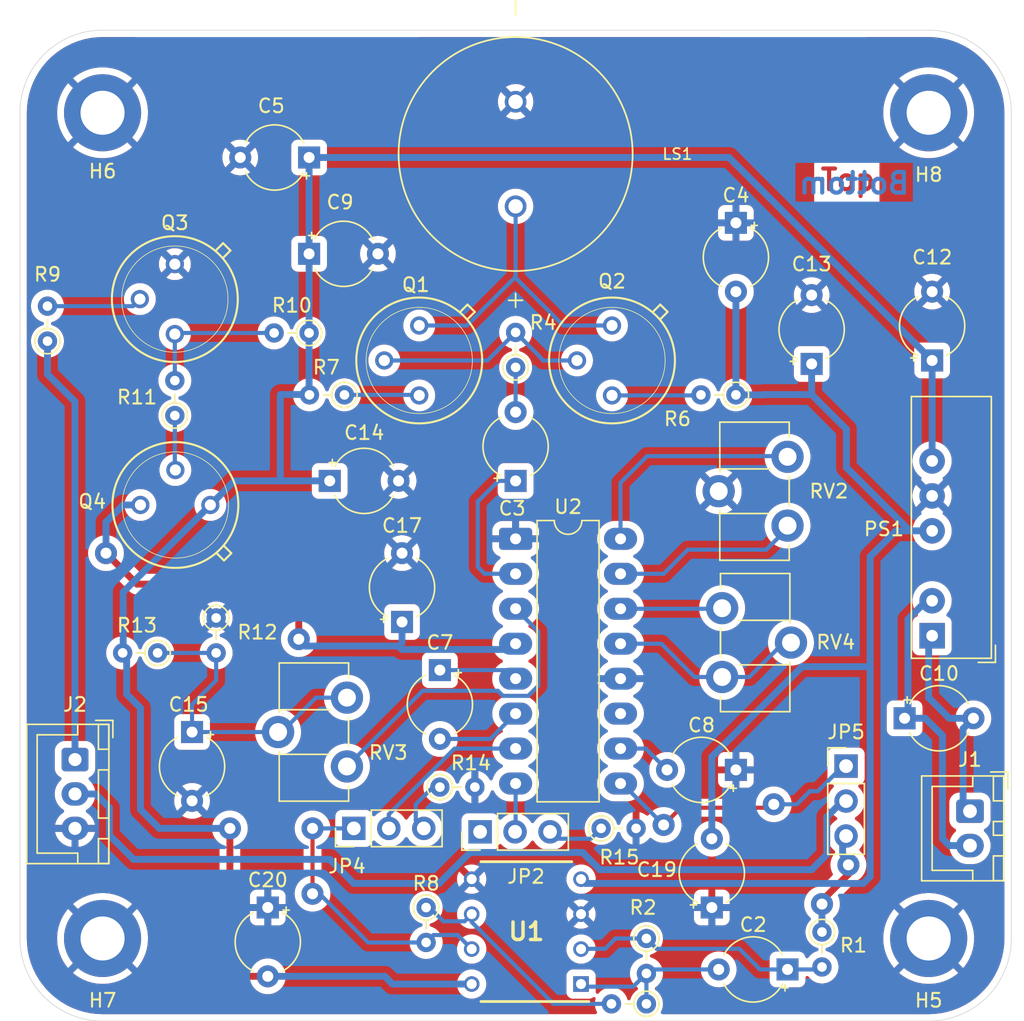
<source format=kicad_pcb>
(kicad_pcb (version 20241229) (generator "pcbnew") (generator_version "9.0")
  (title_block (title "Alarme LASER - Sorties") (rev "V0") (company "ENSEA") (comment 1 "Ilias TALEB") (comment 2 "Mehdi KERD"))
  (layers (0 "F.Cu" signal) (2 "B.Cu" signal) (13 "F.Paste" user) (15 "B.Paste" user) (5 "F.SilkS" user "F.Silkscreen") (7 "B.SilkS" user "B.Silkscreen") (1 "F.Mask" user) (3 "B.Mask" user) (25 "Edge.Cuts" user))
  (net 0 "")
  (net 1 "Sig_alarm")
  (net 2 "Valid_alarm")
  (net 3 "OUT_SIN_BI")
  (net 4 "WAVE1")
  (net 5 "SUPPLY")
  (net 6 "Sig_Square")
  (net 7 "+15V")
  (net 8 "GND")
  (net 9 "Net-(U1A--)")
  (net 10 "Net-(C2-Pad2)")
  (net 11 "Net-(C3-Pad2)")
  (net 12 "-15V")
  (net 13 "+BATT(12V)")
  (net 14 "TC1")
  (net 15 "TC2")
  (net 16 "BIAS")
  (net 17 "Net-(C15-Pad1)")
  (net 18 "FSKI")
  (net 19 "Net-(Q1-E)")
  (net 20 "Net-(Q1-B)")
  (net 21 "Net-(Q1-C)")
  (net 22 "Net-(Q2-C)")
  (net 23 "Net-(Q3-B)")
  (net 24 "Net-(Q3-C)")
  (net 25 "Net-(Q4-B)")
  (net 26 "Net-(U1B--)")
  (net 27 "GNDPWR")
  (net 28 "TR1")
  (net 29 "TR2")
  (net 30 "WAVE2")
  (net 31 "SYM1")
  (net 32 "MO")
  (net 33 "SYM2")
  (net 35 "SINT")
  (net 36 "Net-(JP2-B)")
  (net 38 "Net-(JP4-B)")
  (footprint "Capacitor_THT:CP_Radial_Tantal_D4.5mm_P5.00mm" (layer "F.Cu") (at 166 117.75 180)
    (property "Reference" "C8" (at 2.5 3.25 180) (layer "F.SilkS"))
    (property "Value" "10n")
    (pad "1" thru_hole rect (at 0 0 180) (size 1.6 1.6) (drill 0.8) (layers "*.Cu" "*.Mask") (net 8 "GND"))
    (pad "2" thru_hole circle (at 5 0 180) (size 1.6 1.6) (drill 0.8) (layers "*.Cu" "*.Mask") (net 16 "BIAS"))
  )
  (footprint "Potentiometer_THT:Potentiometer_ACP_CA9-H5_Horizontal" (layer "F.Cu") (at 137.75 117.5 180)
    (property "Reference" "RV3" (at -3 1 180) (layer "F.SilkS"))
    (property "Value" "50k")
    (pad "1" thru_hole circle (at 0 0 180) (size 2.34 2.34) (drill 1.3) (layers "*.Cu" "*.Mask") (net 32 "MO"))
    (pad "2" thru_hole circle (at 5 2.5 180) (size 2.34 2.34) (drill 1.3) (layers "*.Cu" "*.Mask") (net 17 "Net-(C15-Pad1)"))
    (pad "3" thru_hole circle (at 0 5 180) (size 2.34 2.34) (drill 1.3) (layers "*.Cu" "*.Mask") (net 17 "Net-(C15-Pad1)"))
  )
  (footprint "Connector_PinHeader_2.54mm:PinHeader_1x03_P2.54mm_Vertical" (layer "F.Cu") (at 147.42 122.25 90)
    (property "Reference" "JP2" (at -3.25 3.33 180) (layer "F.SilkS"))
    (property "Value" "Jumper_3_Open")
    (pad "1" thru_hole rect (at 0 0 90) (size 1.7 1.7) (drill 1) (layers "*.Cu" "*.Mask"))
    (pad "2" thru_hole oval (at 0 2.54 90) (size 1.7 1.7) (drill 1) (layers "*.Cu" "*.Mask") (net 29 "TR2"))
    (pad "3" thru_hole oval (at 0 5.08 90) (size 1.7 1.7) (drill 1) (layers "*.Cu" "*.Mask") (net 36 "Net-(JP2-B)"))
  )
  (footprint "Capacitor_THT:CP_Radial_Tantal_D4.5mm_P5.00mm" (layer "F.Cu") (at 164.25 127.75 90)
    (property "Reference" "C19" (at 2.75 -4 180) (layer "F.SilkS"))
    (property "Value" "10n")
    (pad "1" thru_hole rect (at 0 0 90) (size 1.6 1.6) (drill 0.8) (layers "*.Cu" "*.Mask") (net 8 "GND"))
    (pad "2" thru_hole circle (at 5 0 90) (size 1.6 1.6) (drill 0.8) (layers "*.Cu" "*.Mask") (net 12 "-15V"))
  )
  (footprint "Capacitor_THT:CP_Radial_Tantal_D4.5mm_P5.00mm" (layer "F.Cu") (at 135 80.25)
    (property "Reference" "C9" (at 2.25 -3.75 180) (layer "F.SilkS"))
    (property "Value" "10n")
    (pad "1" thru_hole rect (at 0 0) (size 1.6 1.6) (drill 0.8) (layers "*.Cu" "*.Mask") (net 7 "+15V"))
    (pad "2" thru_hole circle (at 5 0) (size 1.6 1.6) (drill 0.8) (layers "*.Cu" "*.Mask") (net 8 "GND"))
  )
  (footprint "Capacitor_THT:CP_Radial_Tantal_D4.5mm_P5.00mm" (layer "F.Cu") (at 135 73.25 180)
    (property "Reference" "C5" (at 2.75 3.75 180) (layer "F.SilkS"))
    (property "Value" "10n")
    (pad "1" thru_hole rect (at 0 0 180) (size 1.6 1.6) (drill 0.8) (layers "*.Cu" "*.Mask") (net 7 "+15V"))
    (pad "2" thru_hole circle (at 5 0 180) (size 1.6 1.6) (drill 0.8) (layers "*.Cu" "*.Mask") (net 8 "GND"))
  )
  (footprint "Resistor_THT:R_Axial_DIN0204_L3.6mm_D1.6mm_P2.54mm_Vertical" (layer "F.Cu") (at 159.5 134.75 180)
    (property "Reference" "R5" (hide yes))
    (property "Value" "3.3k")
    (pad "1" thru_hole circle (at 0 0 180) (size 1.4 1.4) (drill 0.7) (layers "*.Cu" "*.Mask") (net 10 "Net-(C2-Pad2)"))
    (pad "2" thru_hole oval (at 2.54 0 180) (size 1.4 1.4) (drill 0.7) (layers "*.Cu" "*.Mask") (net 26 "Net-(U1B--)"))
  )
  (footprint "Resistor_THT:R_Axial_DIN0204_L3.6mm_D1.6mm_P2.54mm_Vertical" (layer "F.Cu") (at 143.5 127.75 -90)
    (property "Reference" "R8" (hide yes))
    (property "Value" "3k")
    (fp_text user "${REFERENCE}" (at -1.75 0 180) (layer "F.SilkS"))
    (pad "1" thru_hole circle (at 0 0 270) (size 1.4 1.4) (drill 0.7) (layers "*.Cu" "*.Mask") (net 26 "Net-(U1B--)"))
    (pad "2" thru_hole oval (at 2.54 0 270) (size 1.4 1.4) (drill 0.7) (layers "*.Cu" "*.Mask") (net 35 "SINT"))
  )
  (footprint "Connector_PinHeader_2.54mm:PinHeader_1x03_P2.54mm_Vertical" (layer "F.Cu") (at 174 117.475)
    (property "Reference" "JP5" (at 0 -2.475 0) (layer "F.SilkS"))
    (property "Value" "Jumper_3_Open")
    (pad "1" thru_hole rect (at 0 0) (size 1.7 1.7) (drill 1) (layers "*.Cu" "*.Mask") (net 18 "FSKI"))
    (pad "2" thru_hole oval (at 0 2.54) (size 1.7 1.7) (drill 1) (layers "*.Cu" "*.Mask") (net 1 "Sig_alarm"))
    (pad "3" thru_hole oval (at 0 5.08) (size 1.7 1.7) (drill 1) (layers "*.Cu" "*.Mask") (net 6 "Sig_Square"))
  )
  (footprint "Resistor_THT:R_Axial_DIN0204_L3.6mm_D1.6mm_P2.54mm_Vertical" (layer "F.Cu") (at 156.21 122)
    (property "Reference" "R15" (at 1.324973 2.101 0) (layer "F.SilkS"))
    (property "Value" "200")
    (pad "1" thru_hole circle (at 0 0) (size 1.4 1.4) (drill 0.7) (layers "*.Cu" "*.Mask") (net 36 "Net-(JP2-B)"))
    (pad "2" thru_hole oval (at 2.54 0) (size 1.4 1.4) (drill 0.7) (layers "*.Cu" "*.Mask") (net 8 "GND"))
  )
  (footprint "Resistor_THT:R_Axial_DIN0204_L3.6mm_D1.6mm_P2.54mm_Vertical" (layer "F.Cu") (at 172.25 129.53 -90)
    (property "Reference" "R1" (at 0.97 -2.28 180) (layer "F.SilkS"))
    (property "Value" "100k")
    (pad "1" thru_hole circle (at 0 0 270) (size 1.4 1.4) (drill 0.7) (layers "*.Cu" "*.Mask") (net 6 "Sig_Square"))
    (pad "2" thru_hole oval (at 2.54 0 270) (size 1.4 1.4) (drill 0.7) (layers "*.Cu" "*.Mask") (net 9 "Net-(U1A--)"))
  )
  (footprint "Capacitor_THT:CP_Radial_Tantal_D4.5mm_P5.00mm" (layer "F.Cu") (at 150 96.75 90)
    (property "Reference" "C3" (at -2 -0.25 180) (layer "F.SilkS"))
    (property "Value" "47u")
    (pad "1" thru_hole rect (at 0 0 90) (size 1.6 1.6) (drill 0.8) (layers "*.Cu" "*.Mask") (net 3 "OUT_SIN_BI"))
    (pad "2" thru_hole circle (at 5 0 90) (size 1.6 1.6) (drill 0.8) (layers "*.Cu" "*.Mask") (net 11 "Net-(C3-Pad2)"))
  )
  (footprint "Capacitor_THT:CP_Radial_Tantal_D4.5mm_P5.00mm" (layer "F.Cu") (at 180.25 88 90)
    (property "Reference" "C12" (at 7.5 0 180) (layer "F.SilkS"))
    (property "Value" "10n")
    (pad "1" thru_hole rect (at 0 0 90) (size 1.6 1.6) (drill 0.8) (layers "*.Cu" "*.Mask") (net 7 "+15V"))
    (pad "2" thru_hole circle (at 5 0 90) (size 1.6 1.6) (drill 0.8) (layers "*.Cu" "*.Mask") (net 8 "GND"))
  )
  (footprint "Connector_JST:JST_XH_B2B-XH-A_1x02_P2.50mm_Vertical" (layer "F.Cu") (at 183 120.75 -90)
    (property "Reference" "J1" (at -3.75 0 0) (layer "F.SilkS"))
    (property "Value" "Conn_01x02")
    (pad "1" thru_hole roundrect (at 0 0 270) (size 1.7 2) (drill 1) (layers "*.Cu" "*.Mask") (roundrect_rratio 0.147059) (net 13 "+BATT(12V)"))
    (pad "2" thru_hole oval (at 2.5 0 270) (size 1.7 2) (drill 1) (layers "*.Cu" "*.Mask") (net 27 "GNDPWR"))
  )
  (footprint "Capacitor_THT:CP_Radial_Tantal_D4.5mm_P5.00mm" (layer "F.Cu") (at 136.5 96.75)
    (property "Reference" "C14" (at 2.5 -3.5 0) (layer "F.SilkS"))
    (property "Value" "10n")
    (pad "1" thru_hole rect (at 0 0) (size 1.6 1.6) (drill 0.8) (layers "*.Cu" "*.Mask") (net 7 "+15V"))
    (pad "2" thru_hole circle (at 5 0) (size 1.6 1.6) (drill 0.8) (layers "*.Cu" "*.Mask") (net 8 "GND"))
  )
  (footprint "Resistor_THT:R_Axial_DIN0204_L3.6mm_D1.6mm_P2.54mm_Vertical" (layer "F.Cu") (at 125.25 92 90)
    (property "Reference" "R11" (at 1.33 -2.75 180) (layer "F.SilkS"))
    (property "Value" "3.3k")
    (pad "1" thru_hole circle (at 0 0 90) (size 1.4 1.4) (drill 0.7) (layers "*.Cu" "*.Mask") (net 25 "Net-(Q4-B)"))
    (pad "2" thru_hole oval (at 2.54 0 90) (size 1.4 1.4) (drill 0.7) (layers "*.Cu" "*.Mask") (net 24 "Net-(Q3-C)"))
  )
  (footprint "Capacitor_THT:CP_Radial_Tantal_D4.5mm_P5.00mm" (layer "F.Cu") (at 171.5 88.25 90)
    (property "Reference" "C13" (at 7.25 0 180) (layer "F.SilkS"))
    (property "Value" "10n")
    (pad "1" thru_hole rect (at 0 0 90) (size 1.6 1.6) (drill 0.8) (layers "*.Cu" "*.Mask") (net 12 "-15V"))
    (pad "2" thru_hole circle (at 5 0 90) (size 1.6 1.6) (drill 0.8) (layers "*.Cu" "*.Mask") (net 8 "GND"))
  )
  (footprint "Capacitor_THT:CP_Radial_Tantal_D4.5mm_P5.00mm" (layer "F.Cu") (at 126.5 115 -90)
    (property "Reference" "C15" (at -2 0.25 180) (layer "F.SilkS"))
    (property "Value" "10u")
    (pad "1" thru_hole rect (at 0 0 270) (size 1.6 1.6) (drill 0.8) (layers "*.Cu" "*.Mask") (net 17 "Net-(C15-Pad1)"))
    (pad "2" thru_hole circle (at 5 0 270) (size 1.6 1.6) (drill 0.8) (layers "*.Cu" "*.Mask") (net 8 "GND"))
  )
  (footprint "Resistor_THT:R_Axial_DIN0204_L3.6mm_D1.6mm_P2.54mm_Vertical" (layer "F.Cu") (at 124 109.25 180)
    (property "Reference" "R13" (at 1.5 2 180) (layer "F.SilkS"))
    (property "Value" "5.1k")
    (pad "1" thru_hole circle (at 0 0 180) (size 1.4 1.4) (drill 0.7) (layers "*.Cu" "*.Mask") (net 17 "Net-(C15-Pad1)"))
    (pad "2" thru_hole oval (at 2.54 0 180) (size 1.4 1.4) (drill 0.7) (layers "*.Cu" "*.Mask") (net 7 "+15V"))
  )
  (footprint "Capacitor_THT:CP_Radial_Tantal_D4.5mm_P5.00mm" (layer "F.Cu") (at 169.75 132.25 180)
    (property "Reference" "C2" (at 2.5 3.25 0) (layer "F.SilkS"))
    (property "Value" "22n")
    (pad "1" thru_hole rect (at 0 0 180) (size 1.6 1.6) (drill 0.8) (layers "*.Cu" "*.Mask") (net 9 "Net-(U1A--)"))
    (pad "2" thru_hole circle (at 5 0 180) (size 1.6 1.6) (drill 0.8) (layers "*.Cu" "*.Mask") (net 10 "Net-(C2-Pad2)"))
  )
  (footprint "Capacitor_THT:CP_Radial_Tantal_D4.5mm_P5.00mm" (layer "F.Cu") (at 178.25 114)
    (property "Reference" "C10" (at 2.5 -3.25 180) (layer "F.SilkS"))
    (property "Value" "10n")
    (pad "1" thru_hole rect (at 0 0) (size 1.6 1.6) (drill 0.8) (layers "*.Cu" "*.Mask") (net 27 "GNDPWR"))
    (pad "2" thru_hole circle (at 5 0) (size 1.6 1.6) (drill 0.8) (layers "*.Cu" "*.Mask") (net 13 "+BATT(12V)"))
  )
  (footprint "Package_DIP:DIP-16_W7.62mm_LongPads" (layer "F.Cu") (at 150 100.96)
    (property "Reference" "U2" (at 3.81 -2.33 0) (layer "F.SilkS"))
    (property "Value" "XR2206_11_12EB")
    (pad "1" thru_hole roundrect (at 0 0) (size 2.4 1.6) (drill 0.8) (layers "*.Cu" "*.Mask") (roundrect_rratio 0.15625) (net 8 "GND"))
    (pad "2" thru_hole oval (at 0 2.54) (size 2.4 1.6) (drill 0.8) (layers "*.Cu" "*.Mask") (net 3 "OUT_SIN_BI"))
    (pad "3" thru_hole oval (at 0 5.08) (size 2.4 1.6) (drill 0.8) (layers "*.Cu" "*.Mask") (net 32 "MO"))
    (pad "4" thru_hole oval (at 0 7.62) (size 2.4 1.6) (drill 0.8) (layers "*.Cu" "*.Mask") (net 5 "SUPPLY"))
    (pad "5" thru_hole oval (at 0 10.16) (size 2.4 1.6) (drill 0.8) (layers "*.Cu" "*.Mask") (net 14 "TC1"))
    (pad "6" thru_hole oval (at 0 12.7) (size 2.4 1.6) (drill 0.8) (layers "*.Cu" "*.Mask") (net 15 "TC2"))
    (pad "7" thru_hole oval (at 0 15.24) (size 2.4 1.6) (drill 0.8) (layers "*.Cu" "*.Mask") (net 28 "TR1"))
    (pad "8" thru_hole oval (at 0 17.78) (size 2.4 1.6) (drill 0.8) (layers "*.Cu" "*.Mask") (net 29 "TR2"))
    (pad "9" thru_hole oval (at 7.62 17.78) (size 2.4 1.6) (drill 0.8) (layers "*.Cu" "*.Mask") (net 18 "FSKI"))
    (pad "10" thru_hole oval (at 7.62 15.24) (size 2.4 1.6) (drill 0.8) (layers "*.Cu" "*.Mask") (net 16 "BIAS"))
    (pad "11" thru_hole oval (at 7.62 12.7) (size 2.4 1.6) (drill 0.8) (layers "*.Cu" "*.Mask"))
    (pad "12" thru_hole oval (at 7.62 10.16) (size 2.4 1.6) (drill 0.8) (layers "*.Cu" "*.Mask") (net 8 "GND"))
    (pad "13" thru_hole oval (at 7.62 7.62) (size 2.4 1.6) (drill 0.8) (layers "*.Cu" "*.Mask") (net 4 "WAVE1"))
    (pad "14" thru_hole oval (at 7.62 5.08) (size 2.4 1.6) (drill 0.8) (layers "*.Cu" "*.Mask") (net 30 "WAVE2"))
    (pad "15" thru_hole oval (at 7.62 2.54) (size 2.4 1.6) (drill 0.8) (layers "*.Cu" "*.Mask") (net 31 "SYM1"))
    (pad "16" thru_hole oval (at 7.62 0) (size 2.4 1.6) (drill 0.8) (layers "*.Cu" "*.Mask") (net 33 "SYM2"))
  )
  (footprint "footprints.pretty (fin empreinte):TO39" (layer "F.Cu") (at 125.29 98.5 90)
    (property "Reference" "Q4" (at 0.25 -6.04 180) (layer "F.SilkS"))
    (property "Value" "2N2905_PBFREE")
    (pad "1" thru_hole circle (at 0 2.54 90) (size 1.3208 1.3208) (drill 0.8128) (layers "*.Cu" "*.Mask") (net 7 "+15V"))
    (pad "2" thru_hole circle (at 2.54 0 90) (size 1.3208 1.3208) (drill 0.8128) (layers "*.Cu" "*.Mask") (net 25 "Net-(Q4-B)"))
    (pad "3" thru_hole circle (at 0 -2.54 90) (size 1.3208 1.3208) (drill 0.8128) (layers "*.Cu" "*.Mask") (net 5 "SUPPLY"))
  )
  (footprint "Capacitor_THT:CP_Radial_Tantal_D4.5mm_P5.00mm" (layer "F.Cu") (at 141.75 107 90)
    (property "Reference" "C17" (at 7 0 180) (layer "F.SilkS"))
    (property "Value" "10n")
    (pad "1" thru_hole rect (at 0 0 90) (size 1.6 1.6) (drill 0.8) (layers "*.Cu" "*.Mask") (net 5 "SUPPLY"))
    (pad "2" thru_hole circle (at 5 0 90) (size 1.6 1.6) (drill 0.8) (layers "*.Cu" "*.Mask") (net 8 "GND"))
  )
  (footprint "MountingHole:MountingHole_3.2mm_M3_DIN965_Pad" (layer "F.Cu") (at 180 130)
    (property "Reference" "H5" (at 0 4.5 0) (layer "F.SilkS"))
    (property "Value" "MountingHole_Pad")
    (pad "1" thru_hole circle (at 0 0) (size 5.6 5.6) (drill 3.2) (layers "*.Cu" "*.Mask") (net 8 "GND"))
  )
  (footprint "KSSG1708:SPKR_KSSG1708" (layer "F.Cu") (at 150 73 90)
    (property "Reference" "LS1" (at 0 11.75 180) (layer "F.SilkS") (effects (font (size 0.8 0.8) (thickness 0.125))))
    (property "Value" "KSSG1708")
    (pad "N" thru_hole circle (at 3.8 0 90) (size 1.575 1.575) (drill 1.05) (layers "*.Cu" "*.Mask") (net 8 "GND"))
    (pad "P" thru_hole circle (at -3.8 0 90) (size 1.575 1.575) (drill 1.05) (layers "*.Cu" "*.Mask") (net 19 "Net-(Q1-E)"))
  )
  (footprint "Capacitor_THT:CP_Radial_Tantal_D4.5mm_P5.00mm" (layer "F.Cu") (at 132 127.75 -90)
    (property "Reference" "C20" (at -2 0 180) (layer "F.SilkS"))
    (property "Value" "10n")
    (pad "1" thru_hole rect (at 0 0 270) (size 1.6 1.6) (drill 0.8) (layers "*.Cu" "*.Mask") (net 8 "GND"))
    (pad "2" thru_hole circle (at 5 0 270) (size 1.6 1.6) (drill 0.8) (layers "*.Cu" "*.Mask") (net 7 "+15V"))
  )
  (footprint "Capacitor_THT:CP_Radial_Tantal_D4.5mm_P5.00mm" (layer "F.Cu") (at 166 78 -90)
    (property "Reference" "C4" (at -2 0 180) (layer "F.SilkS"))
    (property "Value" "10n")
    (pad "1" thru_hole rect (at 0 0 270) (size 1.6 1.6) (drill 0.8) (layers "*.Cu" "*.Mask") (net 8 "GND"))
    (pad "2" thru_hole circle (at 5 0 270) (size 1.6 1.6) (drill 0.8) (layers "*.Cu" "*.Mask") (net 12 "-15V"))
  )
  (footprint "Potentiometer_THT:Potentiometer_ACP_CA9-H5_Horizontal" (layer "F.Cu") (at 169.75 100 180)
    (property "Reference" "RV2" (at -3 2.5 0) (layer "F.SilkS"))
    (property "Value" "20k")
    (pad "1" thru_hole circle (at 0 0 180) (size 2.34 2.34) (drill 1.3) (layers "*.Cu" "*.Mask") (net 31 "SYM1"))
    (pad "2" thru_hole circle (at 5 2.5 180) (size 2.34 2.34) (drill 1.3) (layers "*.Cu" "*.Mask") (net 8 "GND"))
    (pad "3" thru_hole circle (at 0 5 180) (size 2.34 2.34) (drill 1.3) (layers "*.Cu" "*.Mask") (net 33 "SYM2"))
  )
  (footprint "Resistor_THT:R_Axial_DIN0204_L3.6mm_D1.6mm_P2.54mm_Vertical" (layer "F.Cu") (at 128.25 106.71 -90)
    (property "Reference" "R12" (at 1.04 -3 180) (layer "F.SilkS"))
    (property "Value" "5.1k")
    (pad "1" thru_hole circle (at 0 0 270) (size 1.4 1.4) (drill 0.7) (layers "*.Cu" "*.Mask") (net 8 "GND"))
    (pad "2" thru_hole oval (at 2.54 0 270) (size 1.4 1.4) (drill 0.7) (layers "*.Cu" "*.Mask") (net 17 "Net-(C15-Pad1)"))
  )
  (footprint "Connector_JST:JST_XH_B3B-XH-A_1x03_P2.50mm_Vertical" (layer "F.Cu") (at 118 117 -90)
    (property "Reference" "J2" (at -4 0 180) (layer "F.SilkS"))
    (property "Value" "Conn_01x03")
    (pad "1" thru_hole roundrect (at 0 0 270) (size 1.7 1.95) (drill 0.95) (layers "*.Cu" "*.Mask") (roundrect_rratio 0.147059) (net 2 "Valid_alarm"))
    (pad "2" thru_hole oval (at 2.5 0 270) (size 1.7 1.95) (drill 0.95) (layers "*.Cu" "*.Mask") (net 1 "Sig_alarm"))
    (pad "3" thru_hole oval (at 5 0 270) (size 1.7 1.95) (drill 0.95) (layers "*.Cu" "*.Mask") (net 8 "GND"))
  )
  (footprint "Resistor_THT:R_Axial_DIN0204_L3.6mm_D1.6mm_P2.54mm_Vertical" (layer "F.Cu") (at 159.5 130 -90)
    (property "Reference" "R2" (at -2.25 0.25 180) (layer "F.SilkS"))
    (property "Value" "470k")
    (pad "1" thru_hole circle (at 0 0 270) (size 1.4 1.4) (drill 0.7) (layers "*.Cu" "*.Mask") (net 9 "Net-(U1A--)"))
    (pad "2" thru_hole oval (at 2.54 0 270) (size 1.4 1.4) (drill 0.7) (layers "*.Cu" "*.Mask") (net 10 "Net-(C2-Pad2)"))
  )
  (footprint "Connector_PinHeader_2.54mm:PinHeader_1x03_P2.54mm_Vertical" (layer "F.Cu") (at 138.25 122 90)
    (property "Reference" "JP4" (at -2.75 -0.5 180) (layer "F.SilkS"))
    (property "Value" "Jumper_3_Open")
    (pad "1" thru_hole rect (at 0 0 90) (size 1.7 1.7) (drill 1) (layers "*.Cu" "*.Mask") (net 35 "SINT"))
    (pad "2" thru_hole oval (at 0 2.54 90) (size 1.7 1.7) (drill 1) (layers "*.Cu" "*.Mask") (net 28 "TR1"))
    (pad "3" thru_hole oval (at 0 5.08 90) (size 1.7 1.7) (drill 1) (layers "*.Cu" "*.Mask") (net 38 "Net-(JP4-B)"))
  )
  (footprint "MountingHole:MountingHole_3.2mm_M3_DIN965_Pad" (layer "F.Cu") (at 120 70)
    (property "Reference" "H6" (at 0 4.25 0) (layer "F.SilkS"))
    (property "Value" "MountingHole_Pad")
    (pad "1" thru_hole circle (at 0 0) (size 5.6 5.6) (drill 3.2) (layers "*.Cu" "*.Mask") (net 8 "GND"))
  )
  (footprint "Resistor_THT:R_Axial_DIN0204_L3.6mm_D1.6mm_P2.54mm_Vertical" (layer "F.Cu") (at 116 86.5925 90)
    (property "Reference" "R9" (at 4.8425 0 180) (layer "F.SilkS"))
    (property "Value" "3.3k")
    (pad "1" thru_hole circle (at 0 0 90) (size 1.4 1.4) (drill 0.7) (layers "*.Cu" "*.Mask") (net 2 "Valid_alarm"))
    (pad "2" thru_hole oval (at 2.54 0 90) (size 1.4 1.4) (drill 0.7) (layers "*.Cu" "*.Mask") (net 23 "Net-(Q3-B)"))
  )
  (footprint "KiCadALI:DIP794W53P254L959H508Q8N" (layer "F.Cu") (at 150.78 129.5 180)
    (property "Reference" "U1" (at 0 0 180) (layer "F.SilkS") (effects (font (size 1.27 1.27) (thickness 0.254))))
    (property "Value" "TL082" (hide yes))
    (pad "1" thru_hole rect (at -3.97 -3.81 180) (size 1.13 1.13) (drill 0.73) (layers "*.Cu" "*.Mask") (net 10 "Net-(C2-Pad2)"))
    (pad "2" thru_hole circle (at -3.97 -1.27 180) (size 1.13 1.13) (drill 0.73) (layers "*.Cu" "*.Mask") (net 9 "Net-(U1A--)"))
    (pad "3" thru_hole circle (at -3.97 1.27 180) (size 1.13 1.13) (drill 0.73) (layers "*.Cu" "*.Mask") (net 8 "GND"))
    (pad "4" thru_hole circle (at -3.97 3.81 180) (size 1.13 1.13) (drill 0.73) (layers "*.Cu" "*.Mask") (net 12 "-15V"))
    (pad "5" thru_hole circle (at 3.97 3.81 180) (size 1.13 1.13) (drill 0.73) (layers "*.Cu" "*.Mask") (net 8 "GND"))
    (pad "6" thru_hole circle (at 3.97 1.27 180) (size 1.13 1.13) (drill 0.73) (layers "*.Cu" "*.Mask") (net 26 "Net-(U1B--)"))
    (pad "7" thru_hole circle (at 3.97 -1.27 180) (size 1.13 1.13) (drill 0.73) (layers "*.Cu" "*.Mask") (net 35 "SINT"))
    (pad "8" thru_hole circle (at 3.97 -3.81 180) (size 1.13 1.13) (drill 0.73) (layers "*.Cu" "*.Mask") (net 7 "+15V"))
  )
  (footprint "Resistor_THT:R_Axial_DIN0204_L3.6mm_D1.6mm_P2.54mm_Vertical" (layer "F.Cu") (at 137.5675 90.5 180)
    (property "Reference" "R7" (at 1.3175 2 180) (layer "F.SilkS"))
    (property "Value" "15k")
    (pad "1" thru_hole circle (at 0 0 180) (size 1.4 1.4) (drill 0.7) (layers "*.Cu" "*.Mask") (net 21 "Net-(Q1-C)"))
    (pad "2" thru_hole oval (at 2.54 0 180) (size 1.4 1.4) (drill 0.7) (layers "*.Cu" "*.Mask") (net 7 "+15V"))
  )
  (footprint "Converter_DCDC:Converter_DCDC_XP_POWER-IAxxxxS_THT" (layer "F.Cu") (at 180.25 108 180)
    (property "Reference" "PS1" (at 3.5 7.75 180) (layer "F.SilkS"))
    (property "Value" "IA1215S")
    (pad "1" thru_hole rect (at 0 0 180) (size 1.85 1.85) (drill 0.85) (layers "*.Cu" "*.Mask") (net 13 "+BATT(12V)"))
    (pad "2" thru_hole circle (at 0 2.54 180) (size 1.85 1.85) (drill 0.85) (layers "*.Cu" "*.Mask") (net 27 "GNDPWR"))
    (pad "4" thru_hole circle (at 0 7.62 180) (size 1.85 1.85) (drill 0.85) (layers "*.Cu" "*.Mask") (net 12 "-15V"))
    (pad "5" thru_hole circle (at 0 10.16 180) (size 1.85 1.85) (drill 0.85) (layers "*.Cu" "*.Mask") (net 8 "GND"))
    (pad "6" thru_hole circle (at 0 12.7 180) (size 1.85 1.85) (drill 0.85) (layers "*.Cu" "*.Mask") (net 7 "+15V"))
  )
  (footprint "Capacitor_THT:CP_Radial_Tantal_D4.5mm_P5.00mm" (layer "F.Cu") (at 144.5 110.5 -90)
    (property "Reference" "C7" (at -2 0 180) (layer "F.SilkS"))
    (property "Value" "1u")
    (pad "1" thru_hole rect (at 0 0 270) (size 1.6 1.6) (drill 0.8) (layers "*.Cu" "*.Mask") (net 14 "TC1"))
    (pad "2" thru_hole circle (at 5 0 270) (size 1.6 1.6) (drill 0.8) (layers "*.Cu" "*.Mask") (net 15 "TC2"))
  )
  (footprint "footprints.pretty (fin empreinte):TO39" (layer "F.Cu") (at 157 88 180)
    (property "Reference" "Q2" (at 0 5.75 0) (layer "F.SilkS"))
    (property "Value" "2N2905_PBFREE")
    (pad "1" thru_hole circle (at 0 2.54 180) (size 1.3208 1.3208) (drill 0.8128) (layers "*.Cu" "*.Mask") (net 19 "Net-(Q1-E)"))
    (pad "2" thru_hole circle (at 2.54 0 180) (size 1.3208 1.3208) (drill 0.8128) (layers "*.Cu" "*.Mask") (net 20 "Net-(Q1-B)"))
    (pad "3" thru_hole circle (at 0 -2.54 180) (size 1.3208 1.3208) (drill 0.8128) (layers "*.Cu" "*.Mask") (net 22 "Net-(Q2-C)"))
  )
  (footprint "footprints.pretty (fin empreinte):TO39" (layer "F.Cu") (at 125.25 83.54 180)
    (property "Reference" "Q3" (at 0 5.54 0) (layer "F.SilkS"))
    (property "Value" "2N1711_PBFREE")
    (pad "1" thru_hole circle (at 0 2.54 180) (size 1.3208 1.3208) (drill 0.8128) (layers "*.Cu" "*.Mask") (net 8 "GND"))
    (pad "2" thru_hole circle (at 2.54 0 180) (size 1.3208 1.3208) (drill 0.8128) (layers "*.Cu" "*.Mask") (net 23 "Net-(Q3-B)"))
    (pad "3" thru_hole circle (at 0 -2.54 180) (size 1.3208 1.3208) (drill 0.8128) (layers "*.Cu" "*.Mask") (net 24 "Net-(Q3-C)"))
  )
  (footprint "Resistor_THT:R_Axial_DIN0204_L3.6mm_D1.6mm_P2.54mm_Vertical" (layer "F.Cu") (at 144.5 119)
    (property "Reference" "R14" (at 2.25 -1.75 0) (layer "F.SilkS"))
    (property "Value" "400")
    (pad "1" thru_hole circle (at 0 0) (size 1.4 1.4) (drill 0.7) (layers "*.Cu" "*.Mask") (net 38 "Net-(JP4-B)"))
    (pad "2" thru_hole oval (at 2.54 0) (size 1.4 1.4) (drill 0.7) (layers "*.Cu" "*.Mask") (net 8 "GND"))
  )
  (footprint "footprints.pretty (fin empreinte):TO39" (layer "F.Cu") (at 143 88 180)
    (property "Reference" "Q1" (at 0.25 5.5 0) (layer "F.SilkS"))
    (property "Value" "2N1711_PBFREE")
    (pad "1" thru_hole circle (at 0 2.54 180) (size 1.3208 1.3208) (drill 0.8128) (layers "*.Cu" "*.Mask") (net 19 "Net-(Q1-E)"))
    (pad "2" thru_hole circle (at 2.54 0 180) (size 1.3208 1.3208) (drill 0.8128) (layers "*.Cu" "*.Mask") (net 20 "Net-(Q1-B)"))
    (pad "3" thru_hole circle (at 0 -2.54 180) (size 1.3208 1.3208) (drill 0.8128) (layers "*.Cu" "*.Mask") (net 21 "Net-(Q1-C)"))
  )
  (footprint "Resistor_THT:R_Axial_DIN0204_L3.6mm_D1.6mm_P2.54mm_Vertical" (layer "F.Cu") (at 135 86 180)
    (property "Reference" "R10" (at 1.25 2 180) (layer "F.SilkS"))
    (property "Value" "10k")
    (pad "1" thru_hole circle (at 0 0 180) (size 1.4 1.4) (drill 0.7) (layers "*.Cu" "*.Mask") (net 7 "+15V"))
    (pad "2" thru_hole oval (at 2.54 0 180) (size 1.4 1.4) (drill 0.7) (layers "*.Cu" "*.Mask") (net 24 "Net-(Q3-C)"))
  )
  (footprint "Resistor_THT:R_Axial_DIN0204_L3.6mm_D1.6mm_P2.54mm_Vertical" (layer "F.Cu") (at 166 90.5 180)
    (property "Reference" "R6" (at 4.25 -1.75 180) (layer "F.SilkS"))
    (property "Value" "15k")
    (pad "1" thru_hole circle (at 0 0 180) (size 1.4 1.4) (drill 0.7) (layers "*.Cu" "*.Mask") (net 12 "-15V"))
    (pad "2" thru_hole oval (at 2.54 0 180) (size 1.4 1.4) (drill 0.7) (layers "*.Cu" "*.Mask") (net 22 "Net-(Q2-C)"))
  )
  (footprint "MountingHole:MountingHole_3.2mm_M3_DIN965_Pad" (layer "F.Cu") (at 180 70)
    (property "Reference" "H8" (at 0 4.5 0) (layer "F.SilkS"))
    (property "Value" "MountingHole_Pad")
    (pad "1" thru_hole circle (at 0 0) (size 5.6 5.6) (drill 3.2) (layers "*.Cu" "*.Mask") (net 8 "GND"))
  )
  (footprint "Potentiometer_THT:Potentiometer_ACP_CA9-H5_Horizontal" (layer "F.Cu") (at 165 106)
    (property "Reference" "RV4" (at 8.25 2.475 0) (layer "F.SilkS"))
    (property "Value" "500")
    (pad "1" thru_hole circle (at 0 0) (size 2.34 2.34) (drill 1.3) (layers "*.Cu" "*.Mask") (net 30 "WAVE2"))
    (pad "2" thru_hole circle (at 5 2.5) (size 2.34 2.34) (drill 1.3) (layers "*.Cu" "*.Mask") (net 4 "WAVE1"))
    (pad "3" thru_hole circle (at 0 5) (size 2.34 2.34) (drill 1.3) (layers "*.Cu" "*.Mask") (net 4 "WAVE1"))
  )
  (footprint "MountingHole:MountingHole_3.2mm_M3_DIN965_Pad" (layer "F.Cu") (at 120 130)
    (property "Reference" "H7" (at 0 4.5 0) (layer "F.SilkS"))
    (property "Value" "MountingHole_Pad")
    (pad "1" thru_hole circle (at 0 0) (size 5.6 5.6) (drill 3.2) (layers "*.Cu" "*.Mask") (net 8 "GND"))
  )
  (footprint "Resistor_THT:R_Axial_DIN0204_L3.6mm_D1.6mm_P2.54mm_Vertical" (layer "F.Cu") (at 150 88.5 90)
    (property "Reference" "R4" (at 3.25 2 180) (layer "F.SilkS"))
    (property "Value" "15k")
    (pad "1" thru_hole circle (at 0 0 90) (size 1.4 1.4) (drill 0.7) (layers "*.Cu" "*.Mask") (net 11 "Net-(C3-Pad2)"))
    (pad "2" thru_hole oval (at 2.54 0 90) (size 1.4 1.4) (drill 0.7) (layers "*.Cu" "*.Mask") (net 20 "Net-(Q1-B)"))
  )
  (gr_arc (start 180 64) (mid 184.242641 65.757359) (end 186 70) (stroke (width 0.05)) (layer "Edge.Cuts"))
  (gr_line (start 186 70) (end 186 130) (stroke (width 0.05)) (layer "Edge.Cuts"))
  (gr_line (start 180 136) (end 120 136) (stroke (width 0.05)) (layer "Edge.Cuts"))
  (gr_arc (start 114 70) (mid 115.757359 65.757359) (end 120 64) (stroke (width 0.05)) (layer "Edge.Cuts"))
  (gr_line (start 120 64) (end 180 64) (stroke (width 0.05)) (layer "Edge.Cuts"))
  (gr_arc (start 120 136) (mid 115.757359 134.242641) (end 114 130) (stroke (width 0.05)) (layer "Edge.Cuts"))
  (gr_line (start 114 130) (end 114 70) (stroke (width 0.05)) (layer "Edge.Cuts"))
  (gr_arc (start 186 130) (mid 184.242641 134.242641) (end 180 136) (stroke (width 0.05)) (layer "Edge.Cuts"))
  (gr_text "Alarme - Sorties" (at 122.75 66.75 0) (layer "F.Cu") (effects (font (size 1.5 1.5) (thickness 0.3) (bold yes)) (justify left bottom)))
  (gr_text "Ilias T.\nMehdi K." (at 165 69 0) (layer "F.Cu") (effects (font (size 1.5 1.5) (thickness 0.3) (bold yes)) (justify left bottom)))
  (gr_text "Top" (at 172 75.75 0) (layer "F.Cu") (effects (font (size 1.5 1.5) (thickness 0.3) (bold yes)) (justify left bottom)))
  (gr_text "Bottom" (at 178.75 76 0) (layer "B.Cu") (effects (font (size 1.5 1.5) (thickness 0.3) (bold yes)) (justify left bottom mirror)))
  (segment (start 120.5 120.5) (end 120.5 122.5) (width 0.5) (layer "B.Cu") (net 1))
  (segment (start 122.25 124.25) (end 136.5 124.25) (width 0.5) (layer "B.Cu") (net 1))
  (segment (start 172.599 121.166) (end 173.75 120.015) (width 0.5) (layer "B.Cu") (net 1))
  (segment (start 120.5 122.5) (end 122.25 124.25) (width 0.5) (layer "B.Cu") (net 1))
  (segment (start 138.25 126) (end 144.441737 126) (width 0.5) (layer "B.Cu") (net 1))
  (segment (start 119.5 119.5) (end 120.5 120.5) (width 0.5) (layer "B.Cu") (net 1))
  (segment (start 172.599 123.901) (end 172.599 121.166) (width 0.5) (layer "B.Cu") (net 1))
  (segment (start 156.118263 125) (end 171.5 125) (width 0.5) (layer "B.Cu") (net 1))
  (segment (start 136.5 124.25) (end 138.25 126) (width 0.5) (layer "B.Cu") (net 1))
  (segment (start 171.5 125) (end 172.599 123.901) (width 0.5) (layer "B.Cu") (net 1))
  (segment (start 146.691737 123.75) (end 154.868263 123.75) (width 0.5) (layer "B.Cu") (net 1))
  (segment (start 118 119.5) (end 119.5 119.5) (width 0.5) (layer "B.Cu") (net 1))
  (segment (start 144.441737 126) (end 146.691737 123.75) (width 0.5) (layer "B.Cu") (net 1))
  (segment (start 154.868263 123.75) (end 156.118263 125) (width 0.5) (layer "B.Cu") (net 1))
  (segment (start 116 86.5925) (end 116 89) (width 0.5) (layer "B.Cu") (net 2))
  (segment (start 118 91) (end 118 117) (width 0.5) (layer "B.Cu") (net 2))
  (segment (start 116 89) (end 118 91) (width 0.5) (layer "B.Cu") (net 2))
  (segment (start 147.25 98.25) (end 148.75 96.75) (width 0.3) (layer "B.Cu") (net 3))
  (segment (start 147.25 103) (end 147.25 98.25) (width 0.3) (layer "B.Cu") (net 3))
  (segment (start 148.75 96.75) (end 150 96.75) (width 0.3) (layer "B.Cu") (net 3))
  (segment (start 147.75 103.5) (end 147.25 103) (width 0.3) (layer "B.Cu") (net 3))
  (segment (start 150 103.5) (end 147.75 103.5) (width 0.3) (layer "B.Cu") (net 3))
  (segment (start 163 111) (end 165 111) (width 0.3) (layer "B.Cu") (net 4))
  (segment (start 166.975 111) (end 169.475 108.5) (width 0.3) (layer "B.Cu") (net 4))
  (segment (start 160.58 108.58) (end 163 111) (width 0.3) (layer "B.Cu") (net 4))
  (segment (start 157.62 108.58) (end 160.58 108.58) (width 0.3) (layer "B.Cu") (net 4))
  (segment (start 169.475 108.5) (end 170 108.5) (width 0.3) (layer "B.Cu") (net 4))
  (segment (start 165 111) (end 166.975 111) (width 0.3) (layer "B.Cu") (net 4))
  (segment (start 122.5 104.25) (end 120.25 102) (width 0.5) (layer "F.Cu") (net 5))
  (segment (start 134.25 108.25) (end 134.25 105.5) (width 0.5) (layer "F.Cu") (net 5))
  (segment (start 150 108.58) (end 149.58 109) (width 0.5) (layer "F.Cu") (net 5))
  (segment (start 134.25 105.5) (end 133 104.25) (width 0.5) (layer "F.Cu") (net 5))
  (segment (start 133 104.25) (end 122.5 104.25) (width 0.5) (layer "F.Cu") (net 5))
  (via (at 134.25 108.25) (size 1.6) (drill 0.8) (layers "F.Cu" "B.Cu") (net 5))
  (via (at 120.25 102) (size 1.6) (drill 0.8) (layers "F.Cu" "B.Cu") (net 5))
  (segment (start 120.25 102) (end 120.25 99.75) (width 0.5) (layer "B.Cu") (net 5))
  (segment (start 121.5 98.5) (end 122.75 98.5) (width 0.5) (layer "B.Cu") (net 5))
  (segment (start 120.25 99.75) (end 121.5 98.5) (width 0.5) (layer "B.Cu") (net 5))
  (segment (start 141.75 109) (end 141.5 108.75) (width 0.5) (layer "B.Cu") (net 5))
  (segment (start 141.5 108.75) (end 134.75 108.75) (width 0.5) (layer "B.Cu") (net 5))
  (segment (start 141.75 107) (end 141.75 108.5) (width 0.5) (layer "B.Cu") (net 5))
  (segment (start 149.58 109) (end 141.75 109) (width 0.5) (layer "B.Cu") (net 5))
  (segment (start 134.75 108.75) (end 134.25 108.25) (width 0.5) (layer "B.Cu") (net 5))
  (segment (start 174.17 124.65) (end 174.17 125.33) (width 0.5) (layer "F.Cu") (net 6))
  (segment (start 174.17 125.33) (end 172.25 127.25) (width 0.5) (layer "F.Cu") (net 6))
  (segment (start 171.75 127.5) (end 172.25 127.5) (width 0.5) (layer "F.Cu") (net 6))
  (segment (start 172.25 127.25) (end 172.25 127.5) (width 0.5) (layer "F.Cu") (net 6))
  (via (at 174.17 124.65) (size 1.6) (drill 0.8) (layers "F.Cu" "B.Cu") (net 6))
  (via (at 172.25 127.5) (size 1.6) (drill 0.8) (layers "F.Cu" "B.Cu") (net 6))
  (segment (start 173.75 123.9) (end 173.75 122.555) (width 0.5) (layer "B.Cu") (net 6))
  (segment (start 174.17 124.65) (end 174.17 124.32) (width 0.5) (layer "B.Cu") (net 6))
  (segment (start 172.25 129.53) (end 172.25 127.5) (width 0.5) (layer "B.Cu") (net 6))
  (segment (start 174.17 124.32) (end 173.75 123.9) (width 0.5) (layer "B.Cu") (net 6))
  (segment (start 129.25 131.5) (end 130.5 132.75) (width 0.5) (layer "F.Cu") (net 7))
  (segment (start 130.5 132.75) (end 132 132.75) (width 0.5) (layer "F.Cu") (net 7))
  (segment (start 129.25 122) (end 129.25 131.5) (width 0.5) (layer "F.Cu") (net 7))
  (via (at 129.25 122) (size 1.6) (drill 0.8) (layers "F.Cu" "B.Cu") (net 7))
  (segment (start 140.5 132.75) (end 141.06 133.31) (width 0.5) (layer "B.Cu") (net 7))
  (segment (start 132 132.75) (end 140.5 132.75) (width 0.5) (layer "B.Cu") (net 7))
  (segment (start 121.75 112.25) (end 121.75 109.54) (width 0.5) (layer "B.Cu") (net 7))
  (segment (start 132.9075 96.6575) (end 133 96.75) (width 0.5) (layer "B.Cu") (net 7))
  (segment (start 121.75 109.54) (end 121.46 109.25) (width 0.5) (layer "B.Cu") (net 7))
  (segment (start 135 80.25) (end 135 73.25) (width 0.5) (layer "B.Cu") (net 7))
  (segment (start 136.5 96.75) (end 133 96.75) (width 0.5) (layer "B.Cu") (net 7))
  (segment (start 133 96.75) (end 129.58 96.75) (width 0.5) (layer "B.Cu") (net 7))
  (segment (start 124.125 122) (end 122.75 120.625) (width 0.5) (layer "B.Cu") (net 7))
  (segment (start 122.75 120.625) (end 122.75 113.25) (width 0.5) (layer "B.Cu") (net 7))
  (segment (start 129.58 96.75) (end 127.83 98.5) (width 0.5) (layer "B.Cu") (net 7))
  (segment (start 135 86) (end 135 80.25) (width 0.5) (layer "B.Cu") (net 7))
  (segment (start 121.5 109.21) (end 121.46 109.25) (width 0.5) (layer "B.Cu") (net 7))
  (segment (start 127.83 98.5) (end 121.5 104.83) (width 0.5) (layer "B.Cu") (net 7))
  (segment (start 135 90.4725) (end 132.935 90.4725) (width 0.5) (layer "B.Cu") (net 7))
  (segment (start 165.5 73.25) (end 135 73.25) (width 0.5) (layer "B.Cu") (net 7))
  (segment (start 135 86) (end 135 90.4725) (width 0.5) (layer "B.Cu") (net 7))
  (segment (start 129.25 122) (end 124.125 122) (width 0.5) (layer "B.Cu") (net 7))
  (segment (start 132.9075 90.5) (end 132.9075 96.6575) (width 0.5) (layer "B.Cu") (net 7))
  (segment (start 180.25 88) (end 165.5 73.25) (width 0.5) (layer "B.Cu") (net 7))
  (segment (start 141.06 133.31) (end 146.81 133.31) (width 0.5) (layer "B.Cu") (net 7))
  (segment (start 132.08 132.83) (end 132 132.75) (width 0.5) (layer "B.Cu") (net 7))
  (segment (start 132.935 90.4725) (end 132.9075 90.5) (width 0.5) (layer "B.Cu") (net 7))
  (segment (start 121.5 104.83) (end 121.5 109.21) (width 0.5) (layer "B.Cu") (net 7))
  (segment (start 135.0275 90.5) (end 135 90.4725) (width 0.5) (layer "B.Cu") (net 7))
  (segment (start 180.25 88) (end 180.25 95.3) (width 0.5) (layer "B.Cu") (net 7))
  (segment (start 122.75 113.25) (end 121.75 112.25) (width 0.5) (layer "B.Cu") (net 7))
  (segment (start 156.5 130.75) (end 154.77 130.75) (width 0.3) (layer "B.Cu") (net 9))
  (segment (start 166.25 130.75) (end 160.25 130.75) (width 0.3) (layer "B.Cu") (net 9))
  (segment (start 169.75 132.25) (end 167.75 132.25) (width 0.3) (layer "B.Cu") (net 9))
  (segment (start 159.5 130) (end 157.25 130) (width 0.3) (layer "B.Cu") (net 9))
  (segment (start 167.75 132.25) (end 166.25 130.75) (width 0.3) (layer "B.Cu") (net 9))
  (segment (start 169.75 132.25) (end 172.07 132.25) (width 0.3) (layer "B.Cu") (net 9))
  (segment (start 157.25 130) (end 156.5 130.75) (width 0.3) (layer "B.Cu") (net 9))
  (segment (start 172.07 132.25) (end 172.25 132.07) (width 0.3) (layer "B.Cu") (net 9))
  (segment (start 160.25 130.75) (end 159.5 130) (width 0.3) (layer "B.Cu") (net 9))
  (segment (start 154.77 130.75) (end 154.75 130.77) (width 0.3) (layer "B.Cu") (net 9))
  (segment (start 159.79 132.25) (end 164.75 132.25) (width 0.3) (layer "B.Cu") (net 10))
  (segment (start 159.5 132.54) (end 159.5 134.75) (width 0.3) (layer "B.Cu") (net 10))
  (segment (start 159.29 132.54) (end 159 132.83) (width 0.3) (layer "B.Cu") (net 10))
  (segment (start 158.54 133.5) (end 154.94 133.5) (width 0.3) (layer "B.Cu") (net 10))
  (segment (start 159.5 132.54) (end 159.79 132.25) (width 0.3) (layer "B.Cu") (net 10))
  (segment (start 154.94 133.5) (end 154.75 133.31) (width 0.3) (layer "B.Cu") (net 10))
  (segment (start 159.5 132.54) (end 159.29 132.54) (width 0.3) (layer "B.Cu") (net 10))
  (segment (start 159.5 132.54) (end 158.54 133.5) (width 0.3) (layer "B.Cu") (net 10))
  (segment (start 150 88.5) (end 150 91.610058) (width 0.3) (layer "B.Cu") (net 11))
  (segment (start 171.5 90.475) (end 174.025 93) (width 0.5) (layer "B.Cu") (net 12))
  (segment (start 168 90.5) (end 166 90.5) (width 0.5) (layer "B.Cu") (net 12))
  (segment (start 178.63 100.38) (end 180.25 100.38) (width 0.5) (layer "B.Cu") (net 12))
  (segment (start 175.75 102.25) (end 175.75 110.25) (width 0.5) (layer "B.Cu") (net 12))
  (segment (start 168.025 90.475) (end 168 90.5) (width 0.5) (layer "B.Cu") (net 12))
  (segment (start 164.25 122.75) (end 164.25 116.798) (width 0.5) (layer "B.Cu") (net 12))
  (segment (start 178.63 100.38) (end 177.62 100.38) (width 0.5) (layer "B.Cu") (net 12))
  (segment (start 174.025 93) (end 174.025 95.775) (width 0.5) (layer "B.Cu") (net 12))
  (segment (start 177.62 100.38) (end 175.75 102.25) (width 0.5) (layer "B.Cu") (net 12))
  (segment (start 174.025 95.775) (end 178.63 100.38) (width 0.5) (layer "B.Cu") (net 12))
  (segment (start 164.25 116.798) (end 170.798 110.25) (width 0.5) (layer "B.Cu") (net 12))
  (segment (start 175.75 125.5) (end 175.25 126) (width 0.5) (layer "B.Cu") (net 12))
  (segment (start 175.75 110.25) (end 175.75 125.5) (width 0.5) (layer "B.Cu") (net 12))
  (segment (start 175.25 126) (end 155.06 126) (width 0.5) (layer "B.Cu") (net 12))
  (segment (start 170.798 110.25) (end 175.75 110.25) (width 0.5) (layer "B.Cu") (net 12))
  (segment (start 155.06 126) (end 154.75 125.69) (width 0.5) (layer "B.Cu") (net 12))
  (segment (start 171.5 88.25) (end 171.5 90.475) (width 0.5) (layer "B.Cu") (net 12))
  (segment (start 166 83) (end 166 90.5) (width 0.5) (layer "B.Cu") (net 12))
  (segment (start 171.5 90.475) (end 168.025 90.475) (width 0.5) (layer "B.Cu") (net 12))
  (segment (start 181.5 114) (end 180 112.5) (width 0.5) (layer "B.Cu") (net 13))
  (segment (start 183 120.75) (end 182.5 120.25) (width 0.5) (layer "B.Cu") (net 13))
  (segment (start 180 108.25) (end 180.25 108) (width 0.5) (layer "B.Cu") (net 13))
  (segment (start 182.5 120.25) (end 182.5 114.75) (width 0.5) (layer "B.Cu") (net 13))
  (segment (start 183.25 114) (end 181.5 114) (width 0.5) (layer "B.Cu") (net 13))
  (segment (start 182.5 114.75) (end 183.25 114) (width 0.5) (layer "B.Cu") (net 13))
  (segment (start 180 112.5) (end 180 108.25) (width 0.5) (layer "B.Cu") (net 13))
  (segment (start 149.595 111.525) (end 150 111.12) (width 0.3) (layer "F.Cu") (net 14))
  (segment (start 149.38 110.5) (end 150 111.12) (width 0.3) (layer "B.Cu") (net 14))
  (segment (start 144.5 110.5) (end 149.38 110.5) (width 0.3) (layer "B.Cu") (net 14))
  (segment (start 149.59 113.25) (end 150 113.66) (width 0.3) (layer "F.Cu") (net 15))
  (segment (start 148.16 115.5) (end 150 113.66) (width 0.3) (layer "B.Cu") (net 15))
  (segment (start 144.5 115.5) (end 148.16 115.5) (width 0.3) (layer "B.Cu") (net 15))
  (segment (start 157.62 116.2) (end 159.45 116.2) (width 0.3) (layer "B.Cu") (net 16))
  (segment (start 159.45 116.2) (end 161 117.75) (width 0.3) (layer "B.Cu") (net 16))
  (segment (start 126.5 113) (end 128.25 111.25) (width 0.3) (layer "B.Cu") (net 17))
  (segment (start 126.5 115) (end 132.75 115) (width 0.3) (layer "B.Cu") (net 17))
  (segment (start 133 115) (end 135.5 112.5) (width 0.3) (layer "B.Cu") (net 17))
  (segment (start 128.25 111.25) (end 128.25 109.25) (width 0.3) (layer "B.Cu") (net 17))
  (segment (start 128.25 109.25) (end 123.99 109.25) (width 0.3) (layer "B.Cu") (net 17))
  (segment (start 132.75 115) (end 133 115) (width 0.3) (layer "B.Cu") (net 17))
  (segment (start 126.5 115) (end 126.5 113) (width 0.3) (layer "B.Cu") (net 17))
  (segment (start 135.5 112.5) (end 137.75 112.5) (width 0.3) (layer "B.Cu") (net 17))
  (segment (start 157.86 118.5) (end 157.62 118.74) (width 0.3) (layer "F.Cu") (net 18))
  (segment (start 157.62 118.74) (end 157.74 118.74) (width 0.3) (layer "F.Cu") (net 18))
  (segment (start 168.75 120.25) (end 168.5 120.5) (width 0.3) (layer "F.Cu") (net 18))
  (segment (start 157.74 118.74) (end 157.75 118.75) (width 0.3) (layer "F.Cu") (net 18))
  (segment (start 162 120.5) (end 160.75 121.75) (width 0.3) (layer "F.Cu") (net 18))
  (segment (start 168.5 120.5) (end 162 120.5) (width 0.3) (layer "F.Cu") (net 18))
  (via (at 168.75 120.25) (size 1.6) (drill 0.8) (layers "F.Cu" "B.Cu") (net 18))
  (via (at 160.75 121.75) (size 1.6) (drill 0.8) (layers "F.Cu" "B.Cu") (net 18))
  (segment (start 157.74 118.74) (end 157.62 118.74) (width 0.3) (layer "B.Cu") (net 18))
  (segment (start 168.75 120.25) (end 170.428033 120.25) (width 0.3) (layer "B.Cu") (net 18))
  (segment (start 170.428033 120.25) (end 171.379033 119.299) (width 0.3) (layer "B.Cu") (net 18))
  (segment (start 160.75 121.75) (end 157.74 118.74) (width 0.3) (layer "B.Cu") (net 18))
  (segment (start 157.66 118.7) (end 157.62 118.74) (width 0.3) (layer "B.Cu") (net 18))
  (segment (start 173.75 117.5) (end 173.75 117.475) (width 0.3) (layer "B.Cu") (net 18))
  (segment (start 171.379033 119.299) (end 171.951 119.299) (width 0.3) (layer "B.Cu") (net 18))
  (segment (start 171.951 119.299) (end 173.75 117.5) (width 0.3) (layer "B.Cu") (net 18))
  (segment (start 157 85.46) (end 153.46 85.46) (width 0.3) (layer "B.Cu") (net 19))
  (segment (start 150 81.92) (end 150 76.8) (width 0.3) (layer "B.Cu") (net 19))
  (segment (start 143 85.46) (end 146.46 85.46) (width 0.3) (layer "B.Cu") (net 19))
  (segment (start 149.96 81.96) (end 150 81.92) (width 0.3) (layer "B.Cu") (net 19))
  (segment (start 146.46 85.46) (end 149.96 81.96) (width 0.3) (layer "B.Cu") (net 19))
  (segment (start 153.46 85.46) (end 149.96 81.96) (width 0.3) (layer "B.Cu") (net 19))
  (segment (start 151.75 87.71) (end 150 85.96) (width 0.3) (layer "B.Cu") (net 20))
  (segment (start 151.75 87.75) (end 151.75 87.71) (width 0.3) (layer "B.Cu") (net 20))
  (segment (start 154.46 88) (end 152 88) (width 0.3) (layer "B.Cu") (net 20))
  (segment (start 147.96 88) (end 150 85.96) (width 0.3) (layer "B.Cu") (net 20))
  (segment (start 140.46 88) (end 147.96 88) (width 0.3) (layer "B.Cu") (net 20))
  (segment (start 152 88) (end 151.75 87.75) (width 0.3) (layer "B.Cu") (net 20))
  (segment (start 142.96 90.5) (end 143 90.54) (width 0.3) (layer "F.Cu") (net 21))
  (segment (start 137.975 90.5) (end 142.96 90.5) (width 0.3) (layer "B.Cu") (net 21))
  (segment (start 157 90.54) (end 163.42 90.54) (width 0.3) (layer "B.Cu") (net 22))
  (segment (start 163.42 90.54) (end 163.46 90.5) (width 0.3) (layer "B.Cu") (net 22))
  (segment (start 122.1975 84.0525) (end 122.71 83.54) (width 0.3) (layer "B.Cu") (net 23))
  (segment (start 116 84.0525) (end 122.1975 84.0525) (width 0.3) (layer "B.Cu") (net 23))
  (segment (start 125.25 86.08) (end 125.25 89.46) (width 0.3) (layer "B.Cu") (net 24))
  (segment (start 125.58 86.08) (end 125.66 86) (width 0.3) (layer "B.Cu") (net 24))
  (segment (start 125.66 86) (end 132.46 86) (width 0.3) (layer "B.Cu") (net 24))
  (segment (start 125.25 86.08) (end 125.58 86.08) (width 0.3) (layer "B.Cu") (net 24))
  (segment (start 125.25 95.92) (end 125.29 95.96) (width 0.3) (layer "B.Cu") (net 25))
  (segment (start 125.25 92) (end 125.25 95.92) (width 0.3) (layer "B.Cu") (net 25))
  (segment (start 143.75 127.75) (end 144.75 128.75) (width 0.3) (layer "B.Cu") (net 26))
  (segment (start 146.81 128.81) (end 152.75 134.75) (width 0.3) (layer "B.Cu") (net 26))
  (segment (start 152.75 134.75) (end 156.96 134.75) (width 0.3) (layer "B.Cu") (net 26))
  (segment (start 146.81 128.23) (end 146.81 128.81) (width 0.3) (layer "B.Cu") (net 26))
  (segment (start 144.75 128.75) (end 146.29 128.75) (width 0.3) (layer "B.Cu") (net 26))
  (segment (start 143.5 127.75) (end 143.75 127.75) (width 0.3) (layer "B.Cu") (net 26))
  (segment (start 146.29 128.75) (end 146.81 128.23) (width 0.3) (layer "B.Cu") (net 26))
  (segment (start 180.25 105.46) (end 179.838 105.46) (width 0.5) (layer "F.Cu") (net 27))
  (segment (start 178.25 114) (end 179.75 114) (width 0.5) (layer "B.Cu") (net 27))
  (segment (start 181 122.75) (end 181.5 123.25) (width 0.5) (layer "B.Cu") (net 27))
  (segment (start 178.5 113.75) (end 178.25 114) (width 0.5) (layer "B.Cu") (net 27))
  (segment (start 179.838 105.46) (end 178.5 106.798) (width 0.5) (layer "B.Cu") (net 27))
  (segment (start 178.5 106.798) (end 178.5 113.75) (width 0.5) (layer "B.Cu") (net 27))
  (segment (start 179.75 114) (end 181 115.25) (width 0.5) (layer "B.Cu") (net 27))
  (segment (start 181 115.25) (end 181 122.75) (width 0.5) (layer "B.Cu") (net 27))
  (segment (start 181.5 123.25) (end 183 123.25) (width 0.5) (layer "B.Cu") (net 27))
  (segment (start 140.79 120.979182) (end 145.569182 116.2) (width 0.3) (layer "B.Cu") (net 28))
  (segment (start 145.569182 116.2) (end 150 116.2) (width 0.3) (layer "B.Cu") (net 28))
  (segment (start 140.79 122) (end 140.79 120.979182) (width 0.3) (layer "B.Cu") (net 28))
  (segment (start 141.199 122.551) (end 141.25 122.5) (width 0.3) (layer "B.Cu") (net 28))
  (segment (start 150 122.21) (end 149.96 122.25) (width 0.3) (layer "B.Cu") (net 29))
  (segment (start 149.96 118.78) (end 150 118.74) (width 0.3) (layer "B.Cu") (net 29))
  (segment (start 150 118.74) (end 150 122.21) (width 0.3) (layer "B.Cu") (net 29))
  (segment (start 158.105 106.525) (end 157.62 106.04) (width 0.3) (layer "F.Cu") (net 30))
  (segment (start 164.96 106.04) (end 165 106) (width 0.3) (layer "B.Cu") (net 30))
  (segment (start 157.62 106.04) (end 164.96 106.04) (width 0.3) (layer "B.Cu") (net 30))
  (segment (start 157.62 103.5) (end 160.75 103.5) (width 0.3) (layer "B.Cu") (net 31))
  (segment (start 168.2 101.75) (end 170 99.95) (width 0.3) (layer "B.Cu") (net 31))
  (segment (start 162.5 101.75) (end 168.2 101.75) (width 0.3) (layer "B.Cu") (net 31))
  (segment (start 160.75 103.5) (end 162.5 101.75) (width 0.3) (layer "B.Cu") (net 31))
  (segment (start 151.651 111.638181) (end 151.651 107.691) (width 0.3) (layer "B.Cu") (net 32))
  (segment (start 150.918181 112.371) (end 151.651 111.638181) (width 0.3) (layer "B.Cu") (net 32))
  (segment (start 149.21 106.04) (end 150 106.04) (width 0.3) (layer "B.Cu") (net 32))
  (segment (start 149.081819 112.371) (end 150.918181 112.371) (width 0.3) (layer "B.Cu") (net 32))
  (segment (start 143.25 112) (end 148.710819 112) (width 0.3) (layer "B.Cu") (net 32))
  (segment (start 151.651 107.691) (end 150 106.04) (width 0.3) (layer "B.Cu") (net 32))
  (segment (start 148.710819 112) (end 149.081819 112.371) (width 0.3) (layer "B.Cu") (net 32))
  (segment (start 137.75 117.5) (end 143.25 112) (width 0.3) (layer "B.Cu") (net 32))
  (segment (start 159.55 94.95) (end 170 94.95) (width 0.3) (layer "B.Cu") (net 33))
  (segment (start 157.62 100.96) (end 157.62 96.88) (width 0.3) (layer "B.Cu") (net 33))
  (segment (start 157.62 96.88) (end 159.55 94.95) (width 0.3) (layer "B.Cu") (net 33))
  (segment (start 135.25 126.75) (end 135.25 122) (width 0.3) (layer "F.Cu") (net 35))
  (via (at 135.25 126.75) (size 1.6) (drill 0.8) (layers "F.Cu" "B.Cu") (net 35))
  (via (at 135.25 122) (size 1.6) (drill 0.8) (layers "F.Cu" "B.Cu") (net 35))
  (segment (start 135.75 126.75) (end 139.29 130.29) (width 0.3) (layer "B.Cu") (net 35))
  (segment (start 135.25 122) (end 138.25 122) (width 0.3) (layer "B.Cu") (net 35))
  (segment (start 145.79 129.75) (end 146.81 130.77) (width 0.3) (layer "B.Cu") (net 35))
  (segment (start 144.04 129.75) (end 145.79 129.75) (width 0.3) (layer "B.Cu") (net 35))
  (segment (start 143.54 130.29) (end 143.5 130.25) (width 0.3) (layer "B.Cu") (net 35))
  (segment (start 135.25 126.75) (end 135.75 126.75) (width 0.3) (layer "B.Cu") (net 35))
  (segment (start 143.5 130.29) (end 144.04 129.75) (width 0.3) (layer "B.Cu") (net 35))
  (segment (start 139.29 130.29) (end 143.5 130.29) (width 0.3) (layer "B.Cu") (net 35))
  (segment (start 155.46 122.75) (end 156.21 122) (width 0.3) (layer "B.Cu") (net 36))
  (segment (start 152.5 122.25) (end 153 122.75) (width 0.3) (layer "B.Cu") (net 36))
  (segment (start 153 122.75) (end 155.46 122.75) (width 0.3) (layer "B.Cu") (net 36))
  (segment (start 144.5 119) (end 144 119) (width 0.3) (layer "B.Cu") (net 38))
  (segment (start 144 119) (end 142.75 120.25) (width 0.3) (layer "B.Cu") (net 38))
  (segment (start 142.75 120.25) (end 142.75 121.42) (width 0.3) (layer "B.Cu") (net 38))
  (segment (start 142.75 121.42) (end 143.33 122) (width 0.3) (layer "B.Cu") (net 38))
  (zone (net 8) (net_name "GND") (layer "F.Cu") (connect_pads (clearance 0.5)) (min_thickness 0.25) (fill yes (thermal_gap 0.5) (thermal_bridge_width 0.5) (island_removal_mode 1) (island_area_min 10))
    (polygon (pts (xy 114 64) (xy 186 64) (xy 186 136) (xy 114 136)))
  )
  (zone (net 8) (net_name "GND") (layer "B.Cu") (priority 1) (connect_pads (clearance 0.5)) (min_thickness 0.25) (fill yes (thermal_gap 0.5) (thermal_bridge_width 0.5) (island_removal_mode 1) (island_area_min 10))
    (polygon (pts (xy 114 64) (xy 186 64) (xy 186 136) (xy 114 136)))
  )
)
</source>
